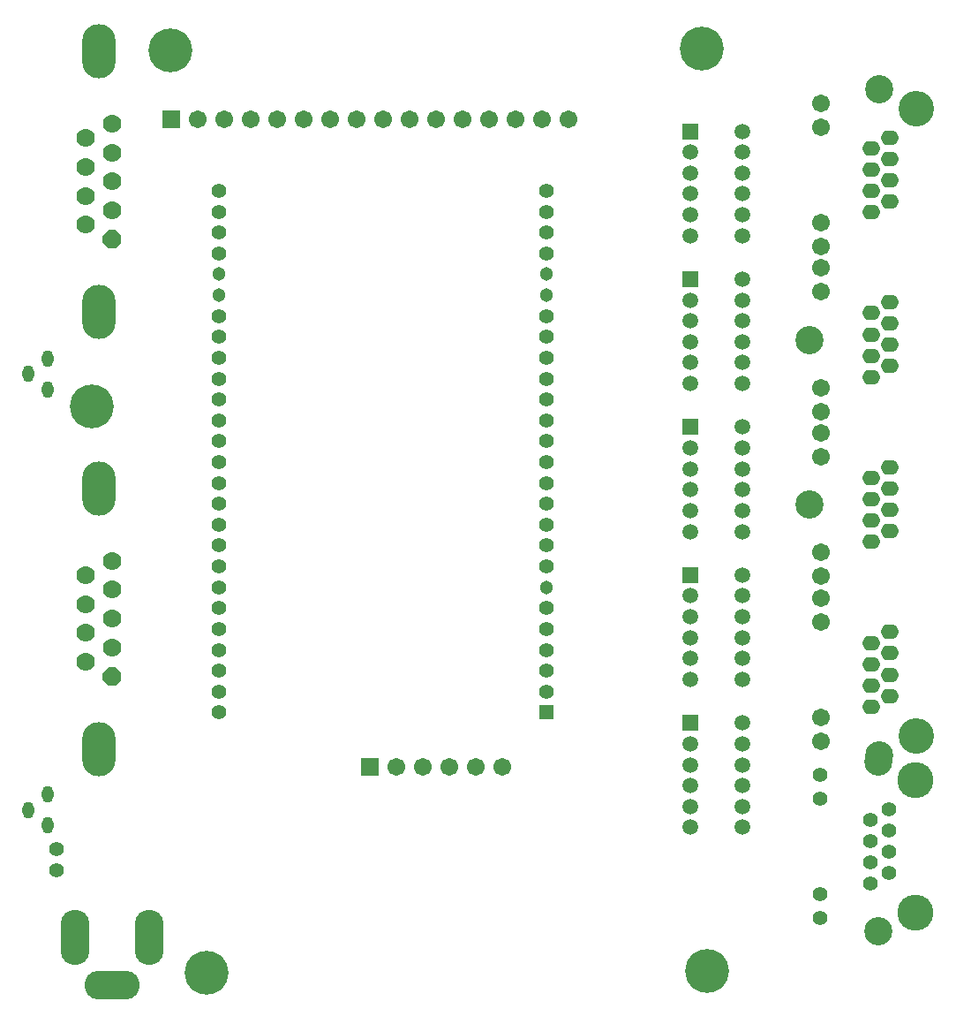
<source format=gbs>
%FSLAX44Y44*%
%MOMM*%
G71*
G01*
G75*
G04 Layer_Color=16711935*
%ADD10R,0.6000X2.2000*%
%ADD11R,2.0000X1.5000*%
%ADD12R,0.8000X0.6000*%
%ADD13R,0.6000X0.8000*%
%ADD14R,1.2700X1.5240*%
%ADD15R,1.2700X1.2700*%
%ADD16R,0.8000X0.9000*%
%ADD17R,0.8000X0.4000*%
%ADD18O,3.3000X1.5000*%
%ADD19C,0.2540*%
%ADD20C,0.7620*%
%ADD21C,0.5080*%
%ADD22R,2.6590X2.6992*%
%ADD23R,3.6830X1.3208*%
%ADD24O,5.0800X2.5400*%
%ADD25O,2.5400X5.0800*%
%ADD26P,1.7046X8X112.5*%
%ADD27C,1.5748*%
%ADD28C,1.5750*%
%ADD29O,3.0000X5.0000*%
%ADD30C,2.5000*%
%ADD31C,3.2500*%
%ADD32C,1.2000*%
%ADD33O,1.5000X1.2000*%
%ADD34C,1.5000*%
%ADD35C,3.2000*%
%ADD36R,1.5000X1.5000*%
%ADD37C,1.3000*%
%ADD38R,1.2000X1.2000*%
%ADD39R,1.3000X1.3000*%
%ADD40O,0.9000X1.4000*%
%ADD41C,4.0000*%
%ADD42C,0.7112*%
%ADD43C,0.8000*%
%ADD44C,1.2700*%
%ADD45C,1.0160*%
%ADD46R,2.6082X2.7000*%
%ADD47C,1.1000*%
%ADD48C,0.2000*%
%ADD49C,0.2500*%
%ADD50C,0.2032*%
%ADD51C,0.1500*%
%ADD52C,0.1001*%
%ADD53C,0.1000*%
%ADD54C,0.3048*%
%ADD55C,0.1270*%
%ADD56C,0.1016*%
%ADD57C,0.1200*%
%ADD58C,0.1524*%
%ADD59R,0.8032X2.4032*%
%ADD60R,2.2032X1.7032*%
%ADD61R,1.0032X0.8032*%
%ADD62R,0.8032X1.0032*%
%ADD63R,1.4732X1.7272*%
%ADD64R,1.4732X1.4732*%
%ADD65R,1.0032X1.1032*%
%ADD66R,1.0032X0.6032*%
%ADD67O,3.5032X1.7032*%
%ADD68O,5.2832X2.7432*%
%ADD69O,2.7432X5.2832*%
%ADD70P,1.9245X8X112.5*%
%ADD71C,1.7780*%
%ADD72C,1.7782*%
%ADD73O,3.2032X5.2032*%
%ADD74C,2.7032*%
%ADD75C,3.4532*%
%ADD76C,1.4032*%
%ADD77O,1.7032X1.4032*%
%ADD78C,1.7032*%
%ADD79C,3.4032*%
%ADD80R,1.7032X1.7032*%
%ADD81C,1.5032*%
%ADD82R,1.4032X1.4032*%
%ADD83R,1.5032X1.5032*%
%ADD84O,1.1032X1.6032*%
%ADD85C,4.2032*%
%ADD86C,1.3032*%
D68*
X95344Y38608D02*
D03*
D69*
X130904Y84328D02*
D03*
X59784D02*
D03*
D70*
X95000Y753403D02*
D03*
Y334601D02*
D03*
D71*
Y781131D02*
D03*
Y864316D02*
D03*
X69600Y767373D02*
D03*
Y850557D02*
D03*
Y795101D02*
D03*
Y822829D02*
D03*
X95000Y362329D02*
D03*
Y445514D02*
D03*
X69600Y348571D02*
D03*
Y431755D02*
D03*
Y376299D02*
D03*
Y404027D02*
D03*
D72*
X95000Y808856D02*
D03*
Y836586D02*
D03*
Y390054D02*
D03*
Y417784D02*
D03*
D73*
X82300Y683764D02*
D03*
Y933742D02*
D03*
Y264962D02*
D03*
Y514940D02*
D03*
D74*
X830284Y252850D02*
D03*
Y90250D02*
D03*
X830600Y259200D02*
D03*
X763980Y499200D02*
D03*
Y657200D02*
D03*
X830600Y897200D02*
D03*
D75*
X865884Y108050D02*
D03*
Y235050D02*
D03*
D76*
X840484Y207250D02*
D03*
X822684Y197050D02*
D03*
X840484Y186850D02*
D03*
X822684Y176650D02*
D03*
X840484Y166450D02*
D03*
X822684Y156250D02*
D03*
X840484Y146050D02*
D03*
X822684Y135850D02*
D03*
X774584Y240150D02*
D03*
Y217250D02*
D03*
Y125850D02*
D03*
Y102950D02*
D03*
X511862Y680000D02*
D03*
Y660000D02*
D03*
Y640000D02*
D03*
Y620000D02*
D03*
Y600000D02*
D03*
Y580000D02*
D03*
Y560000D02*
D03*
Y540000D02*
D03*
Y520000D02*
D03*
Y500000D02*
D03*
Y480000D02*
D03*
Y460000D02*
D03*
Y440000D02*
D03*
Y400000D02*
D03*
Y380000D02*
D03*
Y360000D02*
D03*
Y340000D02*
D03*
Y320000D02*
D03*
Y740000D02*
D03*
Y760000D02*
D03*
Y780000D02*
D03*
Y800000D02*
D03*
X197862Y800000D02*
D03*
Y780000D02*
D03*
Y760000D02*
D03*
Y740000D02*
D03*
Y300000D02*
D03*
Y320000D02*
D03*
Y340000D02*
D03*
Y360000D02*
D03*
Y380000D02*
D03*
Y400000D02*
D03*
Y420000D02*
D03*
Y440000D02*
D03*
Y460000D02*
D03*
Y480000D02*
D03*
Y500000D02*
D03*
Y520000D02*
D03*
Y540000D02*
D03*
Y560000D02*
D03*
Y580000D02*
D03*
Y600000D02*
D03*
Y620000D02*
D03*
Y640000D02*
D03*
Y660000D02*
D03*
Y680000D02*
D03*
X41750Y148500D02*
D03*
Y169500D02*
D03*
D77*
X840780Y377114D02*
D03*
X823000Y366700D02*
D03*
X840780Y356714D02*
D03*
X823000Y346300D02*
D03*
X840780Y336314D02*
D03*
X823000Y325900D02*
D03*
X840780Y315914D02*
D03*
X823000Y305500D02*
D03*
X840780Y535114D02*
D03*
X823000Y524700D02*
D03*
X840780Y514714D02*
D03*
X823000Y504300D02*
D03*
X840780Y494314D02*
D03*
X823000Y483900D02*
D03*
X840780Y473914D02*
D03*
X823000Y463500D02*
D03*
X840780Y693114D02*
D03*
X823000Y682700D02*
D03*
X840780Y672714D02*
D03*
X823000Y662300D02*
D03*
X840780Y652314D02*
D03*
X823000Y641900D02*
D03*
X840780Y631914D02*
D03*
X823000Y621500D02*
D03*
Y779500D02*
D03*
X840780Y789914D02*
D03*
X823000Y799900D02*
D03*
X840780Y810314D02*
D03*
X823000Y820300D02*
D03*
X840780Y830714D02*
D03*
X823000Y840700D02*
D03*
X840780Y851114D02*
D03*
D78*
X775030Y410014D02*
D03*
Y387114D02*
D03*
X775000Y295500D02*
D03*
Y272600D02*
D03*
X775030Y568014D02*
D03*
Y545114D02*
D03*
X775000Y453500D02*
D03*
Y430600D02*
D03*
X775030Y726014D02*
D03*
Y703114D02*
D03*
X775000Y611500D02*
D03*
Y588600D02*
D03*
Y746600D02*
D03*
Y769500D02*
D03*
X775030Y861114D02*
D03*
Y884014D02*
D03*
X177640Y868096D02*
D03*
X203040D02*
D03*
X228440D02*
D03*
X253840D02*
D03*
X279240D02*
D03*
X304640D02*
D03*
X330040D02*
D03*
X355440D02*
D03*
X380840D02*
D03*
X406240D02*
D03*
X431640D02*
D03*
X457040D02*
D03*
X482440D02*
D03*
X507840D02*
D03*
X533240D02*
D03*
X469740Y247574D02*
D03*
X444340D02*
D03*
X418940D02*
D03*
X393540D02*
D03*
X368140D02*
D03*
D79*
X866200Y878700D02*
D03*
Y277700D02*
D03*
D80*
X152240Y868096D02*
D03*
X342740Y247574D02*
D03*
D81*
X650000Y270000D02*
D03*
Y250000D02*
D03*
Y230000D02*
D03*
Y210000D02*
D03*
Y190000D02*
D03*
X700000D02*
D03*
Y210000D02*
D03*
Y230000D02*
D03*
Y250000D02*
D03*
Y270000D02*
D03*
Y290000D02*
D03*
X650000Y411750D02*
D03*
Y391750D02*
D03*
Y371750D02*
D03*
Y351750D02*
D03*
Y331750D02*
D03*
X700000D02*
D03*
Y351750D02*
D03*
Y371750D02*
D03*
Y391750D02*
D03*
Y411750D02*
D03*
Y431750D02*
D03*
X650000Y553500D02*
D03*
Y533500D02*
D03*
Y513500D02*
D03*
Y493500D02*
D03*
Y473500D02*
D03*
X700000D02*
D03*
Y493500D02*
D03*
Y513500D02*
D03*
Y533500D02*
D03*
Y553500D02*
D03*
Y573500D02*
D03*
X650000Y695250D02*
D03*
Y675250D02*
D03*
Y655250D02*
D03*
Y635250D02*
D03*
Y615250D02*
D03*
X700000D02*
D03*
Y635250D02*
D03*
Y655250D02*
D03*
Y675250D02*
D03*
Y695250D02*
D03*
Y715250D02*
D03*
X650000Y837000D02*
D03*
Y817000D02*
D03*
Y797000D02*
D03*
Y777000D02*
D03*
Y757000D02*
D03*
X700000D02*
D03*
Y777000D02*
D03*
Y797000D02*
D03*
Y817000D02*
D03*
Y837000D02*
D03*
Y857000D02*
D03*
D82*
X511862Y300000D02*
D03*
D83*
X650000Y290000D02*
D03*
Y431750D02*
D03*
Y573500D02*
D03*
Y715250D02*
D03*
Y857000D02*
D03*
D84*
X15000Y206816D02*
D03*
X33000Y191816D02*
D03*
Y221816D02*
D03*
X15000Y624316D02*
D03*
X33000Y609316D02*
D03*
Y639316D02*
D03*
D85*
X76000Y593000D02*
D03*
X661000Y936000D02*
D03*
X666000Y52000D02*
D03*
X186000Y51000D02*
D03*
X151000Y934742D02*
D03*
D86*
X511862Y420000D02*
D03*
Y700000D02*
D03*
Y720000D02*
D03*
X197862Y720000D02*
D03*
Y700000D02*
D03*
M02*

</source>
